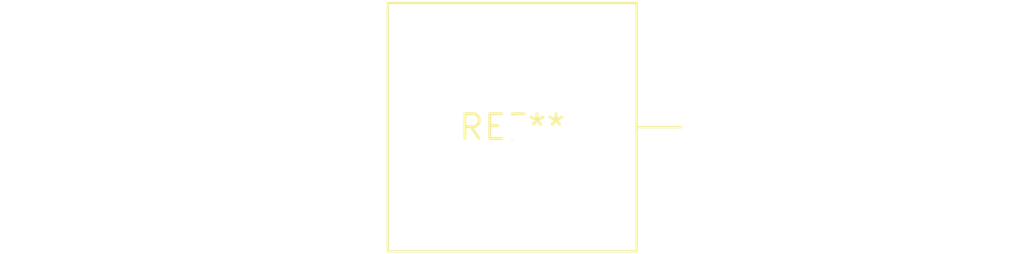
<source format=kicad_pcb>
(kicad_pcb (version 20240108) (generator pcbnew)
  (layers (0 "F.Cu" signal) (31 "B.Cu" signal) (34 "B.Paste" user) (35 "F.Paste" user) (36 "B.SilkS" user "B.Silkscreen") (37 "F.SilkS" user "F.Silkscreen") (38 "B.Mask" user) (39 "F.Mask" user) (44 "Edge.Cuts" user))
  (net 0 "")
  (footprint "R_Axial_Power_L48.0mm_W12.5mm_P10.16mm_Vertical" (layer "F.Cu") (at 0 0)
    (property "Reference" "REF**")
    (property "Value" "R_Axial_Power_L48.0mm_W12.5mm_P10.16mm_Vertical")
    (fp_line (start -6.37 -6.37) (end -6.37 6.37) (layer "F.SilkS") (stroke (width 0.12)))
    (fp_line (start -6.37 6.37) (end 6.37 6.37) (layer "F.SilkS") (stroke (width 0.12)))
    (fp_line (start 6.37 -6.37) (end -6.37 -6.37) (layer "F.SilkS") (stroke (width 0.12)))
    (fp_line (start 6.37 0) (end 8.66 0) (layer "F.SilkS") (stroke (width 0.12)))
    (fp_line (start 6.37 6.37) (end 6.37 -6.37) (layer "F.SilkS") (stroke (width 0.12)))
    (pad "1" thru_hole circle (at 0 0) (size 2.4 2.4) (drill 1.2) (layers *.Cu *.Mask) (remove_unused_layers))
    (pad "2" thru_hole oval (at 10.16 0) (size 2.4 2.4) (drill 1.2) (layers *.Cu *.Mask) (remove_unused_layers))
  )
)
</source>
